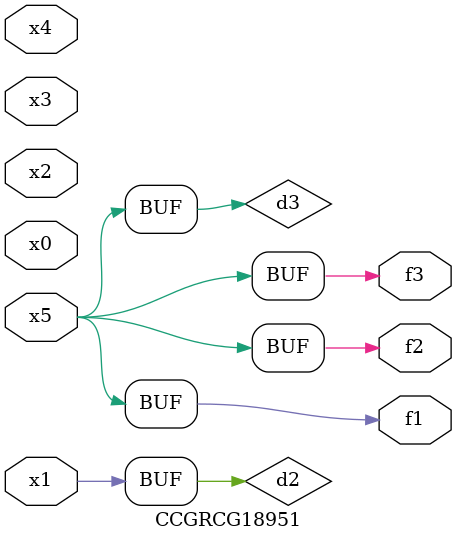
<source format=v>
module CCGRCG18951(
	input x0, x1, x2, x3, x4, x5,
	output f1, f2, f3
);

	wire d1, d2, d3;

	not (d1, x5);
	or (d2, x1);
	xnor (d3, d1);
	assign f1 = d3;
	assign f2 = d3;
	assign f3 = d3;
endmodule

</source>
